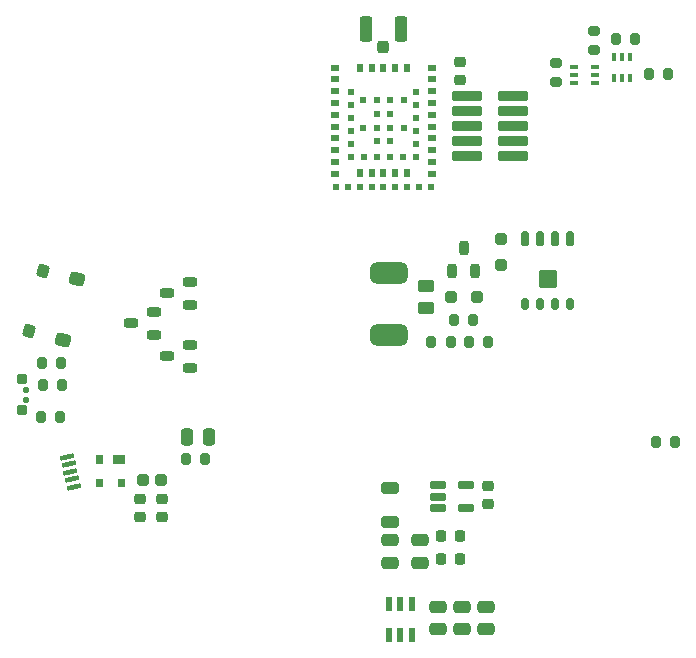
<source format=gtp>
G04 #@! TF.GenerationSoftware,KiCad,Pcbnew,7.0.1-3b83917a11~172~ubuntu22.04.1*
G04 #@! TF.CreationDate,2023-08-11T16:57:34+02:00*
G04 #@! TF.ProjectId,io_coupling_MCU_enhanced,696f5f63-6f75-4706-9c69-6e675f4d4355,rev?*
G04 #@! TF.SameCoordinates,Original*
G04 #@! TF.FileFunction,Paste,Top*
G04 #@! TF.FilePolarity,Positive*
%FSLAX46Y46*%
G04 Gerber Fmt 4.6, Leading zero omitted, Abs format (unit mm)*
G04 Created by KiCad (PCBNEW 7.0.1-3b83917a11~172~ubuntu22.04.1) date 2023-08-11 16:57:34*
%MOMM*%
%LPD*%
G01*
G04 APERTURE LIST*
G04 Aperture macros list*
%AMRoundRect*
0 Rectangle with rounded corners*
0 $1 Rounding radius*
0 $2 $3 $4 $5 $6 $7 $8 $9 X,Y pos of 4 corners*
0 Add a 4 corners polygon primitive as box body*
4,1,4,$2,$3,$4,$5,$6,$7,$8,$9,$2,$3,0*
0 Add four circle primitives for the rounded corners*
1,1,$1+$1,$2,$3*
1,1,$1+$1,$4,$5*
1,1,$1+$1,$6,$7*
1,1,$1+$1,$8,$9*
0 Add four rect primitives between the rounded corners*
20,1,$1+$1,$2,$3,$4,$5,0*
20,1,$1+$1,$4,$5,$6,$7,0*
20,1,$1+$1,$6,$7,$8,$9,0*
20,1,$1+$1,$8,$9,$2,$3,0*%
G04 Aperture macros list end*
%ADD10C,0.010000*%
%ADD11RoundRect,0.262500X-0.262500X-0.837500X0.262500X-0.837500X0.262500X0.837500X-0.262500X0.837500X0*%
%ADD12RoundRect,0.250000X-0.250000X-0.275000X0.250000X-0.275000X0.250000X0.275000X-0.250000X0.275000X0*%
%ADD13RoundRect,0.242500X-0.257500X-0.242500X0.257500X-0.242500X0.257500X0.242500X-0.257500X0.242500X0*%
%ADD14RoundRect,0.200000X-1.110000X-0.200000X1.110000X-0.200000X1.110000X0.200000X-1.110000X0.200000X0*%
%ADD15RoundRect,0.200000X0.200000X0.275000X-0.200000X0.275000X-0.200000X-0.275000X0.200000X-0.275000X0*%
%ADD16RoundRect,0.200000X-0.200000X-0.275000X0.200000X-0.275000X0.200000X0.275000X-0.200000X0.275000X0*%
%ADD17RoundRect,0.250000X0.475000X-0.250000X0.475000X0.250000X-0.475000X0.250000X-0.475000X-0.250000X0*%
%ADD18RoundRect,0.225000X0.250000X-0.225000X0.250000X0.225000X-0.250000X0.225000X-0.250000X-0.225000X0*%
%ADD19RoundRect,0.200000X0.400000X0.200000X-0.400000X0.200000X-0.400000X-0.200000X0.400000X-0.200000X0*%
%ADD20RoundRect,0.225000X-0.250000X0.225000X-0.250000X-0.225000X0.250000X-0.225000X0.250000X0.225000X0*%
%ADD21R,0.620000X1.220000*%
%ADD22RoundRect,0.275000X0.428911X0.179680X-0.300293X0.355070X-0.428911X-0.179680X0.300293X-0.355070X0*%
%ADD23RoundRect,0.250000X0.313224X0.233218X-0.172912X0.350145X-0.313224X-0.233218X0.172912X-0.350145X0*%
%ADD24RoundRect,0.060000X-0.615000X0.240000X-0.615000X-0.240000X0.615000X-0.240000X0.615000X0.240000X0*%
%ADD25RoundRect,0.250000X-0.475000X0.250000X-0.475000X-0.250000X0.475000X-0.250000X0.475000X0.250000X0*%
%ADD26RoundRect,0.225000X-0.225000X-0.250000X0.225000X-0.250000X0.225000X0.250000X-0.225000X0.250000X0*%
%ADD27R,0.500000X0.500000*%
%ADD28R,0.500000X0.700000*%
%ADD29R,0.700000X0.500000*%
%ADD30RoundRect,0.075000X-0.075000X-0.275000X0.075000X-0.275000X0.075000X0.275000X-0.075000X0.275000X0*%
%ADD31RoundRect,0.250000X-0.450000X0.262500X-0.450000X-0.262500X0.450000X-0.262500X0.450000X0.262500X0*%
%ADD32R,0.600000X0.700000*%
%ADD33R,1.000000X0.700000*%
%ADD34RoundRect,0.075000X0.275000X-0.075000X0.275000X0.075000X-0.275000X0.075000X-0.275000X-0.075000X0*%
%ADD35RoundRect,0.200000X0.275000X-0.200000X0.275000X0.200000X-0.275000X0.200000X-0.275000X-0.200000X0*%
%ADD36RoundRect,0.250000X0.250000X0.250000X-0.250000X0.250000X-0.250000X-0.250000X0.250000X-0.250000X0*%
%ADD37RoundRect,0.218750X0.218750X0.256250X-0.218750X0.256250X-0.218750X-0.256250X0.218750X-0.256250X0*%
%ADD38RoundRect,0.152500X-0.152500X0.357500X-0.152500X-0.357500X0.152500X-0.357500X0.152500X0.357500X0*%
%ADD39RoundRect,0.075000X-0.675000X0.675000X-0.675000X-0.675000X0.675000X-0.675000X0.675000X0.675000X0*%
%ADD40RoundRect,0.152500X-0.152500X0.482500X-0.152500X-0.482500X0.152500X-0.482500X0.152500X0.482500X0*%
%ADD41RoundRect,0.445000X1.130000X-0.445000X1.130000X0.445000X-1.130000X0.445000X-1.130000X-0.445000X0*%
%ADD42RoundRect,0.250000X-0.250000X-0.475000X0.250000X-0.475000X0.250000X0.475000X-0.250000X0.475000X0*%
%ADD43RoundRect,0.250000X-0.250000X0.250000X-0.250000X-0.250000X0.250000X-0.250000X0.250000X0.250000X0*%
%ADD44RoundRect,0.100000X0.534279X0.013064X0.492065X0.208558X-0.534279X-0.013064X-0.492065X-0.208558X0*%
%ADD45RoundRect,0.250000X0.500000X-0.250000X0.500000X0.250000X-0.500000X0.250000X-0.500000X-0.250000X0*%
%ADD46RoundRect,0.200000X0.200000X-0.400000X0.200000X0.400000X-0.200000X0.400000X-0.200000X-0.400000X0*%
%ADD47RoundRect,0.212500X0.237500X-0.212500X0.237500X0.212500X-0.237500X0.212500X-0.237500X-0.212500X0*%
%ADD48RoundRect,0.112500X0.137500X-0.112500X0.137500X0.112500X-0.137500X0.112500X-0.137500X-0.112500X0*%
G04 APERTURE END LIST*
D10*
X-27457994Y-7738000D02*
X-27956000Y-7738000D01*
X-27956000Y-7139994D01*
X-27457994Y-7139994D01*
X-27457994Y-7738000D01*
G36*
X-27457994Y-7738000D02*
G01*
X-27956000Y-7738000D01*
X-27956000Y-7139994D01*
X-27457994Y-7139994D01*
X-27457994Y-7738000D01*
G37*
X-27456564Y-5738000D02*
X-27956000Y-5738000D01*
X-27956000Y-5136950D01*
X-27456564Y-5136950D01*
X-27456564Y-5738000D01*
G36*
X-27456564Y-5738000D02*
G01*
X-27956000Y-5738000D01*
X-27956000Y-5136950D01*
X-27456564Y-5136950D01*
X-27456564Y-5738000D01*
G37*
X-25554330Y-5738000D02*
X-26456000Y-5738000D01*
X-26456000Y-5136200D01*
X-25554330Y-5136200D01*
X-25554330Y-5738000D01*
G36*
X-25554330Y-5738000D02*
G01*
X-26456000Y-5738000D01*
X-26456000Y-5136200D01*
X-25554330Y-5136200D01*
X-25554330Y-5738000D01*
G37*
X-25554260Y-7738000D02*
X-26056000Y-7738000D01*
X-26056000Y-7139014D01*
X-25554260Y-7139014D01*
X-25554260Y-7738000D01*
G36*
X-25554260Y-7738000D02*
G01*
X-26056000Y-7738000D01*
X-26056000Y-7139014D01*
X-25554260Y-7139014D01*
X-25554260Y-7738000D01*
G37*
D11*
X-2125000Y30998800D03*
X-5075000Y30998800D03*
D12*
X-3600000Y29473800D03*
D13*
X-22465000Y-7200000D03*
X-23935000Y-7200000D03*
D14*
X7365000Y20184000D03*
X3485000Y20184000D03*
X7365000Y21454000D03*
X3485000Y21454000D03*
X7365000Y22724000D03*
X3485000Y22724000D03*
X7365000Y23994000D03*
X3485000Y23994000D03*
X7365000Y25264000D03*
X3485000Y25264000D03*
D15*
X19475000Y-4000000D03*
X21125000Y-4000000D03*
D16*
X5299000Y4459000D03*
X3649000Y4459000D03*
D17*
X3048000Y-17973000D03*
X3048000Y-19873000D03*
D18*
X2925000Y28199000D03*
X2925000Y26649000D03*
D16*
X-18675000Y-5400000D03*
X-20325000Y-5400000D03*
D19*
X-21952000Y8590000D03*
X-19952000Y9540000D03*
X-19952000Y7640000D03*
D17*
X5080000Y-17973000D03*
X5080000Y-19873000D03*
D20*
X-24216000Y-10388000D03*
X-24216000Y-8838000D03*
X-22311000Y-10388000D03*
X-22311000Y-8838000D03*
D21*
X-3109000Y-17750000D03*
X-2159000Y-17750000D03*
X-1209000Y-17750000D03*
X-1209000Y-20350000D03*
X-2159000Y-20350000D03*
X-3109000Y-20350000D03*
D22*
X-29508018Y9822668D03*
X-30747437Y4669626D03*
D23*
X-32376221Y10512534D03*
X-33615640Y5359492D03*
D24*
X3361000Y-7677000D03*
X3361000Y-9577000D03*
X991000Y-9577000D03*
X991000Y-8627000D03*
X991000Y-7677000D03*
D16*
X-30862000Y2700000D03*
X-32512000Y2700000D03*
D25*
X-3005000Y-14215000D03*
X-3005000Y-12315000D03*
D26*
X2850000Y-13900000D03*
X1300000Y-13900000D03*
D27*
X-5325000Y24924000D03*
X-4175000Y24924000D03*
X-3025000Y24924000D03*
X-1875000Y24924000D03*
X-4175000Y23774000D03*
X-3025000Y23774000D03*
X-5325000Y22624000D03*
X-4175000Y22624000D03*
X-3025000Y22624000D03*
X-1875000Y22624000D03*
X-4175000Y21474000D03*
X-3025000Y21474000D03*
X400000Y17549000D03*
X-600000Y17549000D03*
X-1600000Y17549000D03*
X-2600000Y17549000D03*
X-3600000Y17549000D03*
X-4600000Y17549000D03*
X-5600000Y17549000D03*
X-6600000Y17549000D03*
X-7600000Y17549000D03*
X-1950000Y20149000D03*
X-3050000Y20149000D03*
X-4150000Y20149000D03*
X-5250000Y20149000D03*
X-6350000Y20149000D03*
X-6350000Y21249000D03*
X-6350000Y22349000D03*
X-6350000Y23449000D03*
X-6350000Y24549000D03*
X-6350000Y25649000D03*
X-850000Y25649000D03*
X-850000Y24549000D03*
X-850000Y23449000D03*
X-850000Y22349000D03*
X-850000Y21249000D03*
X-850000Y20149000D03*
D28*
X-1600000Y18774000D03*
X-2600000Y18774000D03*
X-3600000Y18774000D03*
X-4600000Y18774000D03*
X-5600000Y18774000D03*
D29*
X-7725000Y18699000D03*
X-7725000Y19699000D03*
X-7725000Y20699000D03*
X-7725000Y21699000D03*
X-7725000Y22699000D03*
X-7725000Y23699000D03*
X-7725000Y24699000D03*
X-7725000Y25699000D03*
X-7725000Y26699000D03*
X-7725000Y27699000D03*
D28*
X-5600000Y27624000D03*
X-4600000Y27624000D03*
X-3600000Y27624000D03*
X-2600000Y27624000D03*
X-1600000Y27624000D03*
D29*
X525000Y27699000D03*
X525000Y26699000D03*
X525000Y25699000D03*
X525000Y24699000D03*
X525000Y23699000D03*
X525000Y22699000D03*
X525000Y21699000D03*
X525000Y20699000D03*
X525000Y19699000D03*
X525000Y18699000D03*
D30*
X15950000Y28589000D03*
X16600000Y28589000D03*
X17250000Y28589000D03*
X17250000Y26811000D03*
X16600000Y26811000D03*
X15950000Y26811000D03*
D15*
X2379000Y6364000D03*
X4029000Y6364000D03*
D16*
X-30775000Y800000D03*
X-32425000Y800000D03*
D31*
X-14000Y7356500D03*
X-14000Y9181500D03*
D32*
X-25806000Y-7438000D03*
X-27706000Y-7438000D03*
X-27706000Y-5438000D03*
D33*
X-26006000Y-5438000D03*
D34*
X12559500Y26437500D03*
X12559500Y27087500D03*
X12559500Y27737500D03*
X14337500Y27737500D03*
X14337500Y27087500D03*
X14337500Y26437500D03*
D19*
X-25000000Y6050000D03*
X-23000000Y7000000D03*
X-23000000Y5100000D03*
D35*
X14211000Y30825000D03*
X14211000Y29175000D03*
D36*
X2104000Y8269000D03*
X4304000Y8269000D03*
D16*
X17725000Y30100000D03*
X16075000Y30100000D03*
D35*
X11048500Y28112500D03*
X11048500Y26462500D03*
D37*
X1287500Y-11995000D03*
X2862500Y-11995000D03*
D38*
X8395000Y7695000D03*
X9665000Y7695000D03*
X10935000Y7695000D03*
X12205000Y7695000D03*
D39*
X10300000Y9800000D03*
D40*
X9665000Y13160000D03*
X10935000Y13160000D03*
X12205000Y13160000D03*
X8395000Y13160000D03*
D20*
X5300000Y-9275000D03*
X5300000Y-7725000D03*
D41*
X-3100000Y10315000D03*
X-3100000Y5085000D03*
D16*
X2124000Y4459000D03*
X474000Y4459000D03*
D42*
X-18350000Y-3600000D03*
X-20250000Y-3600000D03*
D43*
X6379000Y10979000D03*
X6379000Y13179000D03*
D16*
X20525000Y27200000D03*
X18875000Y27200000D03*
D44*
X-30374390Y-5229287D03*
X-30237195Y-5864644D03*
X-30100000Y-6500000D03*
X-29962805Y-7135356D03*
X-29825610Y-7770713D03*
D19*
X-21952000Y3256000D03*
X-19952000Y4206000D03*
X-19952000Y2306000D03*
D16*
X-30975000Y-1900000D03*
X-32625000Y-1900000D03*
D17*
X1016000Y-17973000D03*
X1016000Y-19873000D03*
D45*
X-3000000Y-7900000D03*
X-3000000Y-10800000D03*
D46*
X3204000Y12444000D03*
X4154000Y10444000D03*
X2254000Y10444000D03*
D25*
X-465000Y-14215000D03*
X-465000Y-12315000D03*
D47*
X-34200000Y1325000D03*
D48*
X-33850000Y425000D03*
X-33850000Y-425000D03*
D47*
X-34200000Y-1325000D03*
M02*

</source>
